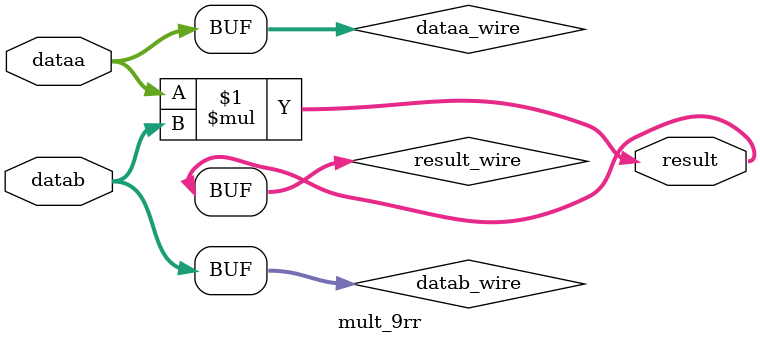
<source format=v>
module  mult_9rr
	( 
	dataa,
	datab,
	result) ;
	input   [23:0]  dataa;
	input   [23:0]  datab;
	output   [47:0]  result;
	wire	[23:0]	dataa_wire;
	wire	[23:0]	datab_wire;
	wire	[47:0]	result_wire;
	assign dataa_wire = dataa;
	assign datab_wire = datab;
	assign result_wire = dataa_wire * datab_wire;
	assign result = ({result_wire[47:0]});
endmodule
</source>
